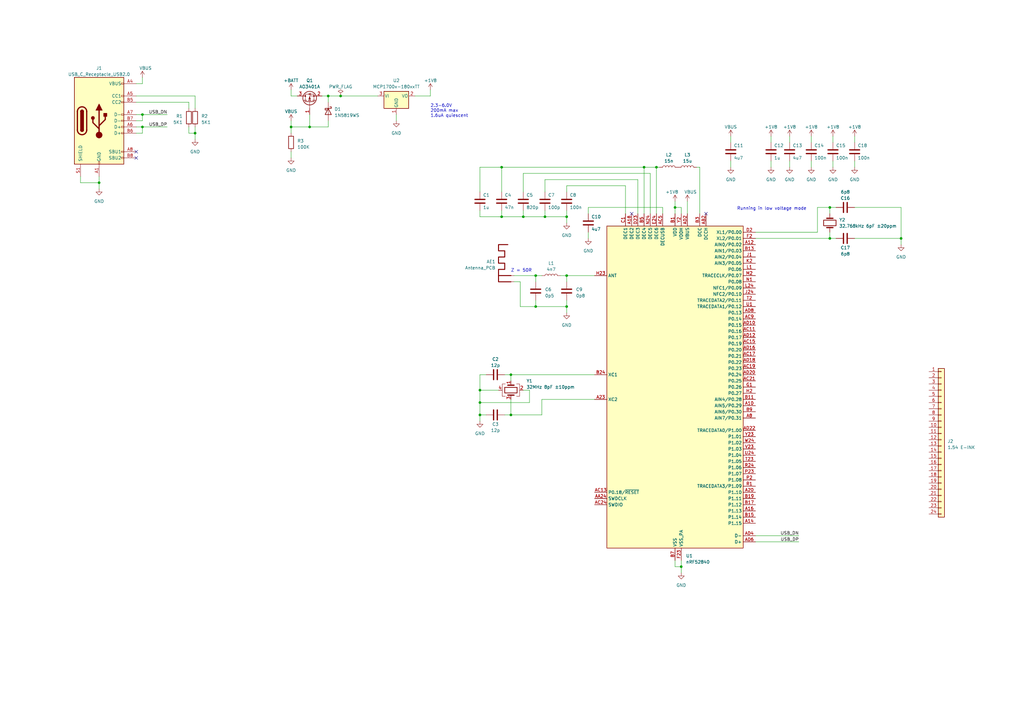
<source format=kicad_sch>
(kicad_sch (version 20230121) (generator eeschema)
  (paper "A3")
  (lib_symbols
    (symbol "Connector:USB_C_Receptacle_USB2.0" (pin_names (offset 1.016))
      (property "Reference" "J" (at -10.16 19.05 0))
      (property "Value" "USB_C_Receptacle_USB2.0" (at 19.05 19.05 0))
      (symbol "USB_C_Receptacle_USB2.0_0_0"
        (rectangle (start -0.254 -17.78) (end 0.254 -16.764))
        (rectangle (start 10.16 -14.986) (end 9.144 -15.494))
        (rectangle (start 10.16 -12.446) (end 9.144 -12.954))
        (rectangle (start 10.16 -4.826) (end 9.144 -5.334))
        (rectangle (start 10.16 -2.286) (end 9.144 -2.794))
        (rectangle (start 10.16 0.254) (end 9.144 -0.254))
        (rectangle (start 10.16 2.794) (end 9.144 2.286))
        (rectangle (start 10.16 7.874) (end 9.144 7.366))
        (rectangle (start 10.16 10.414) (end 9.144 9.906))
        (rectangle (start 10.16 15.494) (end 9.144 14.986))
      )
      (symbol "USB_C_Receptacle_USB2.0_0_1"
        (rectangle (start -10.16 17.78) (end 10.16 -17.78) (stroke (width 0.254)) (fill (type background)))
        (arc (start -8.89 -3.81) (mid -6.985 -5.7067) (end -5.08 -3.81) (stroke (width 0.508)))
        (arc (start -7.62 -3.81) (mid -6.985 -4.4423) (end -6.35 -3.81) (stroke (width 0.254)))
        (arc (start -7.62 -3.81) (mid -6.985 -4.4423) (end -6.35 -3.81) (stroke (width 0.254)) (fill (type outline)))
        (rectangle (start -7.62 -3.81) (end -6.35 3.81) (stroke (width 0.254)) (fill (type outline)))
        (arc (start -6.35 3.81) (mid -6.985 4.4423) (end -7.62 3.81) (stroke (width 0.254)))
        (arc (start -6.35 3.81) (mid -6.985 4.4423) (end -7.62 3.81) (stroke (width 0.254)) (fill (type outline)))
        (arc (start -5.08 3.81) (mid -6.985 5.7067) (end -8.89 3.81) (stroke (width 0.508)))
        (circle (center -2.54 1.143) (radius 0.635) (stroke (width 0.254)) (fill (type outline)))
        (circle (center 0 -5.842) (radius 1.27) (fill (type outline)))
        (polyline (pts (xy -8.89 -3.81) (xy -8.89 3.81)) (stroke (width 0.508)))
        (polyline (pts (xy -5.08 3.81) (xy -5.08 -3.81)) (stroke (width 0.508)))
        (polyline (pts (xy 0 -5.842) (xy 0 4.318)) (stroke (width 0.508)))
        (polyline (pts (xy 0 -3.302) (xy -2.54 -0.762) (xy -2.54 0.508)) (stroke (width 0.508)))
        (polyline (pts (xy 0 -2.032) (xy 2.54 0.508) (xy 2.54 1.778)) (stroke (width 0.508)))
        (polyline (pts (xy -1.27 4.318) (xy 0 6.858) (xy 1.27 4.318) (xy -1.27 4.318)) (stroke (width 0.254)) (fill (type outline)))
        (rectangle (start 1.905 1.778) (end 3.175 3.048) (stroke (width 0.254)) (fill (type outline)))
      )
      (symbol "USB_C_Receptacle_USB2.0_1_1"
        (pin passive line (at 0 -22.86 90) (length 5.08) (name "GND") (number "A1"))
        (pin passive line (at 0 -22.86 90) (length 5.08) hide (name "GND") (number "A12"))
        (pin passive line (at 15.24 15.24 180) (length 5.08) (name "VBUS") (number "A4"))
        (pin bidirectional line (at 15.24 10.16 180) (length 5.08) (name "CC1") (number "A5"))
        (pin bidirectional line (at 15.24 -2.54 180) (length 5.08) (name "D+") (number "A6"))
        (pin bidirectional line (at 15.24 2.54 180) (length 5.08) (name "D-") (number "A7"))
        (pin bidirectional line (at 15.24 -12.7 180) (length 5.08) (name "SBU1") (number "A8"))
        (pin passive line (at 15.24 15.24 180) (length 5.08) hide (name "VBUS") (number "A9"))
        (pin passive line (at 0 -22.86 90) (length 5.08) hide (name "GND") (number "B1"))
        (pin passive line (at 0 -22.86 90) (length 5.08) hide (name "GND") (number "B12"))
        (pin passive line (at 15.24 15.24 180) (length 5.08) hide (name "VBUS") (number "B4"))
        (pin bidirectional line (at 15.24 7.62 180) (length 5.08) (name "CC2") (number "B5"))
        (pin bidirectional line (at 15.24 -5.08 180) (length 5.08) (name "D+") (number "B6"))
        (pin bidirectional line (at 15.24 0 180) (length 5.08) (name "D-") (number "B7"))
        (pin bidirectional line (at 15.24 -15.24 180) (length 5.08) (name "SBU2") (number "B8"))
        (pin passive line (at 15.24 15.24 180) (length 5.08) hide (name "VBUS") (number "B9"))
        (pin passive line (at -7.62 -22.86 90) (length 5.08) (name "SHIELD") (number "S1"))
      )
    )
    (symbol "Connector_Generic:Conn_01x24" (pin_names (offset 1.016) hide)
      (property "Reference" "J" (at 0 30.48 0))
      (property "Value" "Conn_01x24" (at 0 -33.02 0))
      (symbol "Conn_01x24_1_1"
        (rectangle (start -1.27 -30.353) (end 0 -30.607) (stroke (width 0.1524)))
        (rectangle (start -1.27 -27.813) (end 0 -28.067) (stroke (width 0.1524)))
        (rectangle (start -1.27 -25.273) (end 0 -25.527) (stroke (width 0.1524)))
        (rectangle (start -1.27 -22.733) (end 0 -22.987) (stroke (width 0.1524)))
        (rectangle (start -1.27 -20.193) (end 0 -20.447) (stroke (width 0.1524)))
        (rectangle (start -1.27 -17.653) (end 0 -17.907) (stroke (width 0.1524)))
        (rectangle (start -1.27 -15.113) (end 0 -15.367) (stroke (width 0.1524)))
        (rectangle (start -1.27 -12.573) (end 0 -12.827) (stroke (width 0.1524)))
        (rectangle (start -1.27 -10.033) (end 0 -10.287) (stroke (width 0.1524)))
        (rectangle (start -1.27 -7.493) (end 0 -7.747) (stroke (width 0.1524)))
        (rectangle (start -1.27 -4.953) (end 0 -5.207) (stroke (width 0.1524)))
        (rectangle (start -1.27 -2.413) (end 0 -2.667) (stroke (width 0.1524)))
        (rectangle (start -1.27 0.127) (end 0 -0.127) (stroke (width 0.1524)))
        (rectangle (start -1.27 2.667) (end 0 2.413) (stroke (width 0.1524)))
        (rectangle (start -1.27 5.207) (end 0 4.953) (stroke (width 0.1524)))
        (rectangle (start -1.27 7.747) (end 0 7.493) (stroke (width 0.1524)))
        (rectangle (start -1.27 10.287) (end 0 10.033) (stroke (width 0.1524)))
        (rectangle (start -1.27 12.827) (end 0 12.573) (stroke (width 0.1524)))
        (rectangle (start -1.27 15.367) (end 0 15.113) (stroke (width 0.1524)))
        (rectangle (start -1.27 17.907) (end 0 17.653) (stroke (width 0.1524)))
        (rectangle (start -1.27 20.447) (end 0 20.193) (stroke (width 0.1524)))
        (rectangle (start -1.27 22.987) (end 0 22.733) (stroke (width 0.1524)))
        (rectangle (start -1.27 25.527) (end 0 25.273) (stroke (width 0.1524)))
        (rectangle (start -1.27 28.067) (end 0 27.813) (stroke (width 0.1524)))
        (rectangle (start -1.27 29.21) (end 1.27 -31.75) (stroke (width 0.254)) (fill (type background)))
        (pin passive line (at -5.08 27.94 0) (length 3.81) (name "Pin_1") (number "1"))
        (pin passive line (at -5.08 5.08 0) (length 3.81) (name "Pin_10") (number "10"))
        (pin passive line (at -5.08 2.54 0) (length 3.81) (name "Pin_11") (number "11"))
        (pin passive line (at -5.08 0 0) (length 3.81) (name "Pin_12") (number "12"))
        (pin passive line (at -5.08 -2.54 0) (length 3.81) (name "Pin_13") (number "13"))
        (pin passive line (at -5.08 -5.08 0) (length 3.81) (name "Pin_14") (number "14"))
        (pin passive line (at -5.08 -7.62 0) (length 3.81) (name "Pin_15") (number "15"))
        (pin passive line (at -5.08 -10.16 0) (length 3.81) (name "Pin_16") (number "16"))
        (pin passive line (at -5.08 -12.7 0) (length 3.81) (name "Pin_17") (number "17"))
        (pin passive line (at -5.08 -15.24 0) (length 3.81) (name "Pin_18") (number "18"))
        (pin passive line (at -5.08 -17.78 0) (length 3.81) (name "Pin_19") (number "19"))
        (pin passive line (at -5.08 25.4 0) (length 3.81) (name "Pin_2") (number "2"))
        (pin passive line (at -5.08 -20.32 0) (length 3.81) (name "Pin_20") (number "20"))
        (pin passive line (at -5.08 -22.86 0) (length 3.81) (name "Pin_21") (number "21"))
        (pin passive line (at -5.08 -25.4 0) (length 3.81) (name "Pin_22") (number "22"))
        (pin passive line (at -5.08 -27.94 0) (length 3.81) (name "Pin_23") (number "23"))
        (pin passive line (at -5.08 -30.48 0) (length 3.81) (name "Pin_24") (number "24"))
        (pin passive line (at -5.08 22.86 0) (length 3.81) (name "Pin_3") (number "3"))
        (pin passive line (at -5.08 20.32 0) (length 3.81) (name "Pin_4") (number "4"))
        (pin passive line (at -5.08 17.78 0) (length 3.81) (name "Pin_5") (number "5"))
        (pin passive line (at -5.08 15.24 0) (length 3.81) (name "Pin_6") (number "6"))
        (pin passive line (at -5.08 12.7 0) (length 3.81) (name "Pin_7") (number "7"))
        (pin passive line (at -5.08 10.16 0) (length 3.81) (name "Pin_8") (number "8"))
        (pin passive line (at -5.08 7.62 0) (length 3.81) (name "Pin_9") (number "9"))
      )
    )
    (symbol "Device:C" (pin_numbers hide) (pin_names (offset 0.254))
      (property "Reference" "C" (at 0.635 2.54 0))
      (property "Value" "C" (at 0.635 -2.54 0))
      (symbol "C_0_1"
        (polyline (pts (xy -2.032 -0.762) (xy 2.032 -0.762)) (stroke (width 0.508)))
        (polyline (pts (xy -2.032 0.762) (xy 2.032 0.762)) (stroke (width 0.508)))
      )
      (symbol "C_1_1"
        (pin passive line (at 0 3.81 270) (length 2.794) (name "~") (number "1"))
        (pin passive line (at 0 -3.81 90) (length 2.794) (name "~") (number "2"))
      )
    )
    (symbol "Device:Crystal" (pin_numbers hide) (pin_names (offset 1.016) hide)
      (property "Reference" "Y" (at 0 3.81 0))
      (property "Value" "Crystal" (at 0 -3.81 0))
      (symbol "Crystal_0_1"
        (rectangle (start -1.143 2.54) (end 1.143 -2.54) (stroke (width 0.3048)))
        (polyline (pts (xy -2.54 0) (xy -1.905 0)))
        (polyline (pts (xy -1.905 -1.27) (xy -1.905 1.27)) (stroke (width 0.508)))
        (polyline (pts (xy 1.905 -1.27) (xy 1.905 1.27)) (stroke (width 0.508)))
        (polyline (pts (xy 2.54 0) (xy 1.905 0)))
      )
      (symbol "Crystal_1_1"
        (pin passive line (at -3.81 0 0) (length 1.27) (name "1") (number "1"))
        (pin passive line (at 3.81 0 180) (length 1.27) (name "2") (number "2"))
      )
    )
    (symbol "Device:Crystal_GND24" (pin_names (offset 1.016) hide)
      (property "Reference" "Y" (at 3.175 5.08 0))
      (property "Value" "Crystal_GND24" (at 3.175 3.175 0))
      (symbol "Crystal_GND24_0_1"
        (rectangle (start -1.143 2.54) (end 1.143 -2.54) (stroke (width 0.3048)))
        (polyline (pts (xy -2.54 0) (xy -2.032 0)))
        (polyline (pts (xy -2.032 -1.27) (xy -2.032 1.27)) (stroke (width 0.508)))
        (polyline (pts (xy 0 -3.81) (xy 0 -3.556)))
        (polyline (pts (xy 0 3.556) (xy 0 3.81)))
        (polyline (pts (xy 2.032 -1.27) (xy 2.032 1.27)) (stroke (width 0.508)))
        (polyline (pts (xy 2.032 0) (xy 2.54 0)))
        (polyline (pts (xy -2.54 -2.286) (xy -2.54 -3.556) (xy 2.54 -3.556) (xy 2.54 -2.286)))
        (polyline (pts (xy -2.54 2.286) (xy -2.54 3.556) (xy 2.54 3.556) (xy 2.54 2.286)))
      )
      (symbol "Crystal_GND24_1_1"
        (pin passive line (at -3.81 0 0) (length 1.27) (name "1") (number "1"))
        (pin passive line (at 0 5.08 270) (length 1.27) (name "2") (number "2"))
        (pin passive line (at 3.81 0 180) (length 1.27) (name "3") (number "3"))
        (pin passive line (at 0 -5.08 90) (length 1.27) (name "4") (number "4"))
      )
    )
    (symbol "Device:L" (pin_numbers hide) (pin_names (offset 1.016) hide)
      (property "Reference" "L" (at -1.27 0 90))
      (property "Value" "L" (at 1.905 0 90))
      (symbol "L_0_1"
        (arc (start 0 -2.54) (mid 0.6323 -1.905) (end 0 -1.27))
        (arc (start 0 -1.27) (mid 0.6323 -0.635) (end 0 0))
        (arc (start 0 0) (mid 0.6323 0.635) (end 0 1.27))
        (arc (start 0 1.27) (mid 0.6323 1.905) (end 0 2.54))
      )
      (symbol "L_1_1"
        (pin passive line (at 0 3.81 270) (length 1.27) (name "1") (number "1"))
        (pin passive line (at 0 -3.81 90) (length 1.27) (name "2") (number "2"))
      )
    )
    (symbol "Device:R" (pin_numbers hide) (pin_names (offset 0))
      (property "Reference" "R" (at 2.032 0 90))
      (property "Value" "R" (at 0 0 90))
      (symbol "R_0_1"
        (rectangle (start -1.016 -2.54) (end 1.016 2.54) (stroke (width 0.254)))
      )
      (symbol "R_1_1"
        (pin passive line (at 0 3.81 270) (length 1.27) (name "~") (number "1"))
        (pin passive line (at 0 -3.81 90) (length 1.27) (name "~") (number "2"))
      )
    )
    (symbol "Diode:1N5819WS" (pin_numbers hide) (pin_names (offset 1.016) hide)
      (property "Reference" "D" (at 0 2.54 0))
      (property "Value" "1N5819WS" (at 0 -2.54 0))
      (symbol "1N5819WS_0_1"
        (polyline (pts (xy 1.27 0) (xy -1.27 0)))
        (polyline (pts (xy 1.27 1.27) (xy 1.27 -1.27) (xy -1.27 0) (xy 1.27 1.27)) (stroke (width 0.254)))
        (polyline (pts (xy -1.905 0.635) (xy -1.905 1.27) (xy -1.27 1.27) (xy -1.27 -1.27) (xy -0.635 -1.27) (xy -0.635 -0.635)) (stroke (width 0.254)))
      )
      (symbol "1N5819WS_1_1"
        (pin passive line (at -3.81 0 0) (length 2.54) (name "K") (number "1"))
        (pin passive line (at 3.81 0 180) (length 2.54) (name "A") (number "2"))
      )
    )
    (symbol "MCU_Nordic:nRF52840"
      (property "Reference" "U" (at 0 5.08 0))
      (property "Value" "nRF52840" (at 0 2.54 0))
      (symbol "nRF52840_0_1"
        (rectangle (start -27.94 66.04) (end 27.94 -66.04) (stroke (width 0.254)) (fill (type background)))
      )
      (symbol "nRF52840_1_1"
        (pin bidirectional line (at 33.02 -7.62 180) (length 5.08) (name "AIN5/P0.29") (number "A10"))
        (pin bidirectional line (at 33.02 58.42 180) (length 5.08) (name "AIN0/P0.02") (number "A12"))
        (pin bidirectional line (at 33.02 -55.88 180) (length 5.08) (name "P1.15") (number "A14"))
        (pin bidirectional line (at 33.02 -50.8 180) (length 5.08) (name "P1.13") (number "A16"))
        (pin passive line (at -17.78 71.12 270) (length 5.08) (name "DEC2") (number "A18"))
        (pin bidirectional line (at 33.02 -43.18 180) (length 5.08) (name "P1.10") (number "A20"))
        (pin passive line (at 0 71.12 270) (length 5.08) hide (name "VDD") (number "A22"))
        (pin input line (at -33.02 -5.08 0) (length 5.08) (name "XC2") (number "A23"))
        (pin bidirectional line (at 33.02 -12.7 180) (length 5.08) (name "AIN7/P0.31") (number "A8"))
        (pin input line (at -33.02 -45.72 0) (length 5.08) (name "SWDCLK") (number "AA24"))
        (pin power_out line (at 12.7 71.12 270) (length 5.08) (name "DCCH") (number "AB2"))
        (pin bidirectional line (at 33.02 22.86 180) (length 5.08) (name "P0.16") (number "AC11"))
        (pin bidirectional line (at -33.02 -43.18 0) (length 5.08) (name "P0.18/~{RESET}") (number "AC13"))
        (pin bidirectional line (at 33.02 17.78 180) (length 5.08) (name "P0.19") (number "AC15"))
        (pin bidirectional line (at 33.02 12.7 180) (length 5.08) (name "P0.21") (number "AC17"))
        (pin bidirectional line (at 33.02 7.62 180) (length 5.08) (name "P0.23") (number "AC19"))
        (pin bidirectional line (at 33.02 2.54 180) (length 5.08) (name "P0.25") (number "AC21"))
        (pin bidirectional line (at -33.02 -48.26 0) (length 5.08) (name "SWDIO") (number "AC24"))
        (pin passive line (at -5.08 71.12 270) (length 5.08) (name "DECUSB") (number "AC5"))
        (pin bidirectional line (at 33.02 27.94 180) (length 5.08) (name "P0.14") (number "AC9"))
        (pin bidirectional line (at 33.02 25.4 180) (length 5.08) (name "P0.15") (number "AD10"))
        (pin bidirectional line (at 33.02 20.32 180) (length 5.08) (name "P0.17") (number "AD12"))
        (pin passive line (at 0 71.12 270) (length 5.08) hide (name "VDD") (number "AD14"))
        (pin bidirectional line (at 33.02 15.24 180) (length 5.08) (name "P0.20") (number "AD16"))
        (pin bidirectional line (at 33.02 10.16 180) (length 5.08) (name "P0.22") (number "AD18"))
        (pin power_in line (at 5.08 71.12 270) (length 5.08) (name "VBUS") (number "AD2"))
        (pin bidirectional line (at 33.02 5.08 180) (length 5.08) (name "P0.24") (number "AD20"))
        (pin bidirectional line (at 33.02 -17.78 180) (length 5.08) (name "TRACEDATA0/P1.00") (number "AD22"))
        (pin passive line (at 0 71.12 270) (length 5.08) hide (name "VDD") (number "AD23"))
        (pin bidirectional line (at 33.02 -60.96 180) (length 5.08) (name "D-") (number "AD4"))
        (pin bidirectional line (at 33.02 -63.5 180) (length 5.08) (name "D+") (number "AD6"))
        (pin bidirectional line (at 33.02 30.48 180) (length 5.08) (name "P0.13") (number "AD8"))
        (pin power_in line (at 0 71.12 270) (length 5.08) (name "VDD") (number "B1"))
        (pin bidirectional line (at 33.02 -5.08 180) (length 5.08) (name "AIN4/P0.28") (number "B11"))
        (pin bidirectional line (at 33.02 55.88 180) (length 5.08) (name "AIN1/P0.03") (number "B13"))
        (pin bidirectional line (at 33.02 -53.34 180) (length 5.08) (name "P1.14") (number "B15"))
        (pin bidirectional line (at 33.02 -48.26 180) (length 5.08) (name "P1.12") (number "B17"))
        (pin bidirectional line (at 33.02 -45.72 180) (length 5.08) (name "P1.11") (number "B19"))
        (pin input line (at -33.02 5.08 0) (length 5.08) (name "XC1") (number "B24"))
        (pin power_out line (at 10.16 71.12 270) (length 5.08) (name "DCC") (number "B3"))
        (pin passive line (at -12.7 71.12 270) (length 5.08) (name "DEC4") (number "B5"))
        (pin power_in line (at 0 -71.12 90) (length 5.08) (name "VSS") (number "B7"))
        (pin bidirectional line (at 33.02 -10.16 180) (length 5.08) (name "AIN6/P0.30") (number "B9"))
        (pin passive line (at -20.32 71.12 270) (length 5.08) (name "DEC1") (number "C1"))
        (pin bidirectional line (at 33.02 63.5 180) (length 5.08) (name "XL1/P0.00") (number "D2"))
        (pin passive line (at -15.24 71.12 270) (length 5.08) (name "DEC3") (number "D23"))
        (pin passive line (at -7.62 71.12 270) (length 5.08) (name "DEC6") (number "E24"))
        (pin passive line (at 0 -71.12 90) (length 5.08) hide (name "VSS") (number "EP"))
        (pin bidirectional line (at 33.02 60.96 180) (length 5.08) (name "XL2/P0.01") (number "F2"))
        (pin power_in line (at 2.54 -71.12 90) (length 5.08) (name "VSS_PA") (number "F23"))
        (pin bidirectional line (at 33.02 0 180) (length 5.08) (name "P0.26") (number "G1"))
        (pin bidirectional line (at 33.02 -2.54 180) (length 5.08) (name "P0.27") (number "H2"))
        (pin passive line (at -33.02 45.72 0) (length 5.08) (name "ANT") (number "H23"))
        (pin bidirectional line (at 33.02 53.34 180) (length 5.08) (name "AIN2/P0.04") (number "J1"))
        (pin bidirectional line (at 33.02 38.1 180) (length 5.08) (name "NFC2/P0.10") (number "J24"))
        (pin bidirectional line (at 33.02 50.8 180) (length 5.08) (name "AIN3/P0.05") (number "K2"))
        (pin bidirectional line (at 33.02 48.26 180) (length 5.08) (name "P0.06") (number "L1"))
        (pin bidirectional line (at 33.02 40.64 180) (length 5.08) (name "NFC1/P0.09") (number "L24"))
        (pin bidirectional line (at 33.02 45.72 180) (length 5.08) (name "TRACECLK/P0.07") (number "M2"))
        (pin bidirectional line (at 33.02 43.18 180) (length 5.08) (name "P0.08") (number "N1"))
        (pin passive line (at -10.16 71.12 270) (length 5.08) (name "DEC5") (number "N24"))
        (pin bidirectional line (at 33.02 -38.1 180) (length 5.08) (name "P1.08") (number "P2"))
        (pin bidirectional line (at 33.02 -35.56 180) (length 5.08) (name "P1.07") (number "P23"))
        (pin bidirectional line (at 33.02 -40.64 180) (length 5.08) (name "TRACEDATA3/P1.09") (number "R1"))
        (pin bidirectional line (at 33.02 -33.02 180) (length 5.08) (name "P1.06") (number "R24"))
        (pin bidirectional line (at 33.02 35.56 180) (length 5.08) (name "TRACEDATA2/P0.11") (number "T2"))
        (pin bidirectional line (at 33.02 -30.48 180) (length 5.08) (name "P1.05") (number "T23"))
        (pin bidirectional line (at 33.02 33.02 180) (length 5.08) (name "TRACEDATA1/P0.12") (number "U1"))
        (pin bidirectional line (at 33.02 -27.94 180) (length 5.08) (name "P1.04") (number "U24"))
        (pin bidirectional line (at 33.02 -25.4 180) (length 5.08) (name "P1.03") (number "V23"))
        (pin passive line (at 0 71.12 270) (length 5.08) hide (name "VDD") (number "W1"))
        (pin bidirectional line (at 33.02 -22.86 180) (length 5.08) (name "P1.02") (number "W24"))
        (pin power_in line (at 2.54 71.12 270) (length 5.08) (name "VDDH") (number "Y2"))
        (pin bidirectional line (at 33.02 -20.32 180) (length 5.08) (name "P1.01") (number "Y23"))
      )
    )
    (symbol "Regulator_Linear:MCP1700x-180xxTT" (pin_names (offset 0.254))
      (property "Reference" "U" (at -3.81 3.175 0))
      (property "Value" "MCP1700x-180xxTT" (at 0 3.175 0))
      (symbol "MCP1700x-180xxTT_0_1"
        (rectangle (start -5.08 1.905) (end 5.08 -5.08) (stroke (width 0.254)) (fill (type background)))
      )
      (symbol "MCP1700x-180xxTT_1_1"
        (pin power_in line (at 0 -7.62 90) (length 2.54) (name "GND") (number "1"))
        (pin power_out line (at 7.62 0 180) (length 2.54) (name "VO") (number "2"))
        (pin power_in line (at -7.62 0 0) (length 2.54) (name "VI") (number "3"))
      )
    )
    (symbol "Transistor_FET:AO3401A" (pin_names hide)
      (property "Reference" "Q" (at 5.08 1.905 0))
      (property "Value" "AO3401A" (at 5.08 0 0))
      (symbol "AO3401A_0_1"
        (polyline (pts (xy 0.254 0) (xy -2.54 0)))
        (polyline (pts (xy 0.254 1.905) (xy 0.254 -1.905)) (stroke (width 0.254)))
        (polyline (pts (xy 0.762 -1.27) (xy 0.762 -2.286)) (stroke (width 0.254)))
        (polyline (pts (xy 0.762 0.508) (xy 0.762 -0.508)) (stroke (width 0.254)))
        (polyline (pts (xy 0.762 2.286) (xy 0.762 1.27)) (stroke (width 0.254)))
        (polyline (pts (xy 2.54 2.54) (xy 2.54 1.778)))
        (polyline (pts (xy 2.54 -2.54) (xy 2.54 0) (xy 0.762 0)))
        (polyline (pts (xy 0.762 1.778) (xy 3.302 1.778) (xy 3.302 -1.778) (xy 0.762 -1.778)))
        (polyline (pts (xy 2.286 0) (xy 1.27 0.381) (xy 1.27 -0.381) (xy 2.286 0)) (fill (type outline)))
        (polyline (pts (xy 2.794 -0.508) (xy 2.921 -0.381) (xy 3.683 -0.381) (xy 3.81 -0.254)))
        (polyline (pts (xy 3.302 -0.381) (xy 2.921 0.254) (xy 3.683 0.254) (xy 3.302 -0.381)))
        (circle (center 1.651 0) (radius 2.794) (stroke (width 0.254)))
        (circle (center 2.54 -1.778) (radius 0.254) (fill (type outline)))
        (circle (center 2.54 1.778) (radius 0.254) (fill (type outline)))
      )
      (symbol "AO3401A_1_1"
        (pin input line (at -5.08 0 0) (length 2.54) (name "G") (number "1"))
        (pin passive line (at 2.54 -5.08 90) (length 2.54) (name "S") (number "2"))
        (pin passive line (at 2.54 5.08 270) (length 2.54) (name "D") (number "3"))
      )
    )
    (symbol "local:Antenna_PCB" (pin_numbers hide) (pin_names (offset 1.016) hide)
      (property "Reference" "AE1" (at 2.54 2.54 0))
      (property "Value" "Antenna_PCB" (at 2.54 0 0))
      (symbol "Antenna_PCB_1_1"
        (polyline (pts (xy -1.27 -1.27) (xy -1.27 3.81) (xy 1.27 3.81) (xy 1.27 -1.27)) (stroke (width 0.4)))
        (polyline (pts (xy -1.27 3.81) (xy -3.81 3.81) (xy -3.81 1.27) (xy -6.35 1.27) (xy -6.35 3.81) (xy -8.89 3.81) (xy -8.89 1.27) (xy -11.43 1.27) (xy -11.43 3.81) (xy -13.97 3.81) (xy -13.97 0)) (stroke (width 0.4)))
        (pin input line (at -1.27 -2.54 90) (length 2.54) (name "FEED") (number "1"))
        (pin passive line (at 1.27 -2.54 90) (length 2.54) (name "PCB_Trace") (number "2"))
      )
    )
    (symbol "power:+1V8" (power) (pin_names (offset 0))
      (property "Value" "+1V8" (at 0 3.556 0))
      (symbol "+1V8_0_1"
        (polyline (pts (xy -0.762 1.27) (xy 0 2.54)))
        (polyline (pts (xy 0 0) (xy 0 2.54)))
        (polyline (pts (xy 0 2.54) (xy 0.762 1.27)))
      )
      (symbol "+1V8_1_1"
        (pin power_in line (at 0 0 90) (length 0) hide (name "+1V8") (number "1"))
      )
    )
    (symbol "power:+BATT" (power) (pin_names (offset 0))
      (property "Value" "+BATT" (at 0 3.556 0))
      (symbol "+BATT_0_1"
        (polyline (pts (xy -0.762 1.27) (xy 0 2.54)))
        (polyline (pts (xy 0 0) (xy 0 2.54)))
        (polyline (pts (xy 0 2.54) (xy 0.762 1.27)))
      )
      (symbol "+BATT_1_1"
        (pin power_in line (at 0 0 90) (length 0) hide (name "+BATT") (number "1"))
      )
    )
    (symbol "power:GND" (power) (pin_names (offset 0))
      (property "Value" "GND" (at 0 -3.81 0))
      (symbol "GND_0_1"
        (polyline (pts (xy 0 0) (xy 0 -1.27) (xy 1.27 -1.27) (xy 0 -2.54) (xy -1.27 -1.27) (xy 0 -1.27)))
      )
      (symbol "GND_1_1"
        (pin power_in line (at 0 0 270) (length 0) hide (name "GND") (number "1"))
      )
    )
    (symbol "power:PWR_FLAG" (power) (pin_numbers hide) (pin_names (offset 0) hide)
      (property "Value" "PWR_FLAG" (at 0 3.81 0))
      (symbol "PWR_FLAG_0_0"
        (pin power_out line (at 0 0 90) (length 0) (name "pwr") (number "1"))
      )
      (symbol "PWR_FLAG_0_1"
        (polyline (pts (xy 0 0) (xy 0 1.27) (xy -1.016 1.905) (xy 0 2.54) (xy 1.016 1.905) (xy 0 1.27)))
      )
    )
    (symbol "power:VBUS" (power) (pin_names (offset 0))
      (property "Value" "VBUS" (at 0 3.81 0))
      (symbol "VBUS_0_1"
        (polyline (pts (xy -0.762 1.27) (xy 0 2.54)))
        (polyline (pts (xy 0 0) (xy 0 2.54)))
        (polyline (pts (xy 0 2.54) (xy 0.762 1.27)))
      )
      (symbol "VBUS_1_1"
        (pin power_in line (at 0 0 90) (length 0) hide (name "VBUS") (number "1"))
      )
    )
  )
  (junction (at 232.41 125.73))
  (junction (at 264.16 68.58))
  (junction (at 58.42 46.99))
  (junction (at 134.62 39.37))
  (junction (at 276.86 85.09))
  (junction (at 340.36 85.09))
  (junction (at 219.71 125.73))
  (junction (at 119.38 52.07))
  (junction (at 58.42 52.07))
  (junction (at 232.41 88.9))
  (junction (at 196.85 160.02))
  (junction (at 232.41 113.03))
  (junction (at 205.74 88.9))
  (junction (at 139.7 39.37))
  (junction (at 40.64 74.93))
  (junction (at 196.85 170.18))
  (junction (at 214.63 88.9))
  (junction (at 205.74 68.58))
  (junction (at 219.71 113.03))
  (junction (at 196.85 165.1))
  (junction (at 340.36 97.79))
  (junction (at 223.52 88.9))
  (junction (at 127 52.07))
  (junction (at 209.55 170.18))
  (junction (at 209.55 153.67))
  (junction (at 269.24 68.58))
  (junction (at 279.4 232.41))
  (junction (at 369.57 97.79))
  (junction (at 80.01 54.61))
  (no_connect (at 259.08 87.63))
  (no_connect (at 55.88 62.23))
  (no_connect (at 55.88 64.77))
  (no_connect (at 289.56 87.63))
  (wire (pts (xy 241.3 85.09) (xy 241.3 87.63)))
  (wire (pts (xy 209.55 156.21) (xy 209.55 153.67)))
  (wire (pts (xy 58.42 46.99) (xy 68.58 46.99)))
  (wire (pts (xy 323.85 55.88) (xy 323.85 58.42)))
  (wire (pts (xy 223.52 73.66) (xy 261.62 73.66)))
  (wire (pts (xy 134.62 39.37) (xy 134.62 41.91)))
  (wire (pts (xy 209.55 163.83) (xy 209.55 170.18)))
  (wire (pts (xy 341.63 55.88) (xy 341.63 58.42)))
  (wire (pts (xy 266.7 87.63) (xy 266.7 71.12)))
  (wire (pts (xy 232.41 125.73) (xy 232.41 123.19)))
  (wire (pts (xy 309.88 219.71) (xy 327.66 219.71)))
  (wire (pts (xy 241.3 97.79) (xy 241.3 95.25)))
  (wire (pts (xy 196.85 153.67) (xy 196.85 160.02)))
  (wire (pts (xy 119.38 64.77) (xy 119.38 62.23)))
  (wire (pts (xy 196.85 165.1) (xy 217.17 165.1)))
  (wire (pts (xy 119.38 52.07) (xy 119.38 54.61)))
  (wire (pts (xy 33.02 74.93) (xy 40.64 74.93)))
  (wire (pts (xy 55.88 54.61) (xy 58.42 54.61)))
  (wire (pts (xy 350.52 85.09) (xy 369.57 85.09)))
  (wire (pts (xy 196.85 68.58) (xy 196.85 78.74)))
  (wire (pts (xy 205.74 88.9) (xy 205.74 86.36)))
  (wire (pts (xy 309.88 95.25) (xy 335.28 95.25)))
  (wire (pts (xy 219.71 123.19) (xy 219.71 125.73)))
  (wire (pts (xy 332.74 55.88) (xy 332.74 58.42)))
  (wire (pts (xy 222.25 163.83) (xy 222.25 170.18)))
  (wire (pts (xy 127 52.07) (xy 119.38 52.07)))
  (wire (pts (xy 276.86 229.87) (xy 276.86 232.41)))
  (wire (pts (xy 196.85 165.1) (xy 196.85 170.18)))
  (wire (pts (xy 279.4 229.87) (xy 279.4 232.41)))
  (wire (pts (xy 340.36 85.09) (xy 342.9 85.09)))
  (wire (pts (xy 261.62 87.63) (xy 261.62 73.66)))
  (wire (pts (xy 219.71 113.03) (xy 222.25 113.03)))
  (wire (pts (xy 369.57 100.33) (xy 369.57 97.79)))
  (wire (pts (xy 119.38 39.37) (xy 121.92 39.37)))
  (wire (pts (xy 299.72 55.88) (xy 299.72 58.42)))
  (wire (pts (xy 281.94 82.55) (xy 281.94 87.63)))
  (wire (pts (xy 232.41 88.9) (xy 232.41 91.44)))
  (wire (pts (xy 219.71 125.73) (xy 232.41 125.73)))
  (wire (pts (xy 134.62 39.37) (xy 139.7 39.37)))
  (wire (pts (xy 276.86 82.55) (xy 276.86 85.09)))
  (wire (pts (xy 279.4 87.63) (xy 279.4 85.09)))
  (wire (pts (xy 299.72 66.04) (xy 299.72 68.58)))
  (wire (pts (xy 214.63 71.12) (xy 214.63 78.74)))
  (wire (pts (xy 217.17 160.02) (xy 217.17 165.1)))
  (wire (pts (xy 55.88 39.37) (xy 80.01 39.37)))
  (wire (pts (xy 350.52 66.04) (xy 350.52 68.58)))
  (wire (pts (xy 213.36 115.57) (xy 210.82 115.57)))
  (wire (pts (xy 243.84 113.03) (xy 232.41 113.03)))
  (wire (pts (xy 196.85 86.36) (xy 196.85 88.9)))
  (wire (pts (xy 55.88 41.91) (xy 77.47 41.91)))
  (wire (pts (xy 139.7 39.37) (xy 154.94 39.37)))
  (wire (pts (xy 213.36 125.73) (xy 213.36 115.57)))
  (wire (pts (xy 350.52 55.88) (xy 350.52 58.42)))
  (wire (pts (xy 127 52.07) (xy 134.62 52.07)))
  (wire (pts (xy 119.38 52.07) (xy 119.38 49.53)))
  (wire (pts (xy 80.01 54.61) (xy 80.01 52.07)))
  (wire (pts (xy 58.42 49.53) (xy 58.42 46.99)))
  (wire (pts (xy 269.24 68.58) (xy 270.51 68.58)))
  (wire (pts (xy 58.42 52.07) (xy 68.58 52.07)))
  (wire (pts (xy 210.82 113.03) (xy 219.71 113.03)))
  (wire (pts (xy 219.71 115.57) (xy 219.71 113.03)))
  (wire (pts (xy 232.41 76.2) (xy 256.54 76.2)))
  (wire (pts (xy 309.88 222.25) (xy 327.66 222.25)))
  (wire (pts (xy 196.85 160.02) (xy 196.85 165.1)))
  (wire (pts (xy 132.08 39.37) (xy 134.62 39.37)))
  (wire (pts (xy 80.01 39.37) (xy 80.01 44.45)))
  (wire (pts (xy 232.41 86.36) (xy 232.41 88.9)))
  (wire (pts (xy 134.62 52.07) (xy 134.62 49.53)))
  (wire (pts (xy 176.53 36.83) (xy 176.53 39.37)))
  (wire (pts (xy 77.47 54.61) (xy 77.47 52.07)))
  (wire (pts (xy 332.74 66.04) (xy 332.74 68.58)))
  (wire (pts (xy 77.47 54.61) (xy 80.01 54.61)))
  (wire (pts (xy 55.88 46.99) (xy 58.42 46.99)))
  (wire (pts (xy 229.87 113.03) (xy 232.41 113.03)))
  (wire (pts (xy 219.71 125.73) (xy 213.36 125.73)))
  (wire (pts (xy 80.01 57.15) (xy 80.01 54.61)))
  (wire (pts (xy 127 46.99) (xy 127 52.07)))
  (wire (pts (xy 214.63 86.36) (xy 214.63 88.9)))
  (wire (pts (xy 162.56 46.99) (xy 162.56 49.53)))
  (wire (pts (xy 214.63 88.9) (xy 205.74 88.9)))
  (wire (pts (xy 264.16 68.58) (xy 264.16 87.63)))
  (wire (pts (xy 335.28 95.25) (xy 335.28 85.09)))
  (wire (pts (xy 316.23 66.04) (xy 316.23 68.58)))
  (wire (pts (xy 205.74 68.58) (xy 196.85 68.58)))
  (wire (pts (xy 205.74 68.58) (xy 205.74 78.74)))
  (wire (pts (xy 199.39 153.67) (xy 196.85 153.67)))
  (wire (pts (xy 214.63 88.9) (xy 223.52 88.9)))
  (wire (pts (xy 205.74 68.58) (xy 264.16 68.58)))
  (wire (pts (xy 350.52 97.79) (xy 369.57 97.79)))
  (wire (pts (xy 196.85 170.18) (xy 196.85 172.72)))
  (wire (pts (xy 341.63 66.04) (xy 341.63 68.58)))
  (wire (pts (xy 223.52 86.36) (xy 223.52 88.9)))
  (wire (pts (xy 243.84 163.83) (xy 222.25 163.83)))
  (wire (pts (xy 33.02 72.39) (xy 33.02 74.93)))
  (wire (pts (xy 279.4 234.95) (xy 279.4 232.41)))
  (wire (pts (xy 271.78 87.63) (xy 271.78 85.09)))
  (wire (pts (xy 209.55 170.18) (xy 222.25 170.18)))
  (wire (pts (xy 176.53 39.37) (xy 170.18 39.37)))
  (wire (pts (xy 55.88 52.07) (xy 58.42 52.07)))
  (wire (pts (xy 241.3 85.09) (xy 271.78 85.09)))
  (wire (pts (xy 77.47 41.91) (xy 77.47 44.45)))
  (wire (pts (xy 223.52 73.66) (xy 223.52 78.74)))
  (wire (pts (xy 207.01 153.67) (xy 209.55 153.67)))
  (wire (pts (xy 199.39 170.18) (xy 196.85 170.18)))
  (wire (pts (xy 196.85 160.02) (xy 204.47 160.02)))
  (wire (pts (xy 196.85 88.9) (xy 205.74 88.9)))
  (wire (pts (xy 276.86 85.09) (xy 276.86 87.63)))
  (wire (pts (xy 309.88 97.79) (xy 340.36 97.79)))
  (wire (pts (xy 58.42 31.75) (xy 58.42 34.29)))
  (wire (pts (xy 269.24 68.58) (xy 269.24 87.63)))
  (wire (pts (xy 335.28 85.09) (xy 340.36 85.09)))
  (wire (pts (xy 223.52 88.9) (xy 232.41 88.9)))
  (wire (pts (xy 214.63 160.02) (xy 217.17 160.02)))
  (wire (pts (xy 58.42 34.29) (xy 55.88 34.29)))
  (wire (pts (xy 264.16 68.58) (xy 269.24 68.58)))
  (wire (pts (xy 316.23 55.88) (xy 316.23 58.42)))
  (wire (pts (xy 323.85 66.04) (xy 323.85 68.58)))
  (wire (pts (xy 340.36 85.09) (xy 340.36 87.63)))
  (wire (pts (xy 58.42 52.07) (xy 58.42 54.61)))
  (wire (pts (xy 40.64 77.47) (xy 40.64 74.93)))
  (wire (pts (xy 119.38 39.37) (xy 119.38 36.83)))
  (wire (pts (xy 340.36 97.79) (xy 340.36 95.25)))
  (wire (pts (xy 209.55 153.67) (xy 243.84 153.67)))
  (wire (pts (xy 232.41 76.2) (xy 232.41 78.74)))
  (wire (pts (xy 369.57 97.79) (xy 369.57 85.09)))
  (wire (pts (xy 55.88 49.53) (xy 58.42 49.53)))
  (wire (pts (xy 256.54 87.63) (xy 256.54 76.2)))
  (wire (pts (xy 279.4 85.09) (xy 276.86 85.09)))
  (wire (pts (xy 287.02 68.58) (xy 285.75 68.58)))
  (wire (pts (xy 232.41 113.03) (xy 232.41 115.57)))
  (wire (pts (xy 232.41 128.27) (xy 232.41 125.73)))
  (wire (pts (xy 209.55 170.18) (xy 207.01 170.18)))
  (wire (pts (xy 214.63 71.12) (xy 266.7 71.12)))
  (wire (pts (xy 276.86 232.41) (xy 279.4 232.41)))
  (wire (pts (xy 287.02 68.58) (xy 287.02 87.63)))
  (wire (pts (xy 340.36 97.79) (xy 342.9 97.79)))
  (wire (pts (xy 40.64 74.93) (xy 40.64 72.39)))
  (text "Z = 50R" (at 209.55 111.76 0) (effects (font (size 1.27 1.27)) (justify left bottom)))
  (text "Running in low voltage mode" (at 302.26 86.36 0) (effects (font (size 1.27 1.27)) (justify left bottom)))
  (text "2.3-6.0V\n200mA max\n1.6uA quiescent" (at 176.53 48.26 0) (effects (font (size 1.27 1.27)) (justify left bottom)))
  (label "USB_DP" (at 68.58 52.07 180))
  (label "USB_DN" (at 68.58 46.99 180))
  (label "USB_DP" (at 327.66 222.25 180))
  (label "USB_DN" (at 327.66 219.71 180))
  (symbol (lib_id "Device:C") (at 332.74 62.23 0) (unit 1)
    (property "Reference" "C14" (at 334.01 59.69 0) (effects (justify left)))
    (property "Value" "100n" (at 334.01 64.77 0) (effects (justify left)))
  )
  (symbol (lib_id "power:GND") (at 80.01 57.15 0) (unit 1)
    (property "Reference" "#PWR04" (effects hide))
    (property "Value" "GND" (at 80.01 62.23 0))
  )
  (symbol (lib_id "power:GND") (at 316.23 68.58 0) (unit 1)
    (property "Reference" "#PWR027" (effects hide))
    (property "Value" "GND" (at 316.23 73.66 0))
  )
  (symbol (lib_id "power:+1V8") (at 341.63 55.88 0) (unit 1)
    (property "Reference" "#PWR021" (effects hide))
    (property "Value" "+1V8" (at 341.63 52.07 0))
  )
  (symbol (lib_id "power:VBUS") (at 299.72 55.88 0) (unit 1)
    (property "Reference" "#PWR015" (effects hide))
    (property "Value" "VBUS" (at 299.72 52.07 0))
  )
  (symbol (lib_id "Diode:1N5819WS") (at 134.62 45.72 270) (unit 1)
    (property "Reference" "D1" (at 137.16 44.7675 90) (effects (justify left)))
    (property "Value" "1N5819WS" (at 137.16 47.3075 90) (effects (justify left)))
    (property "Footprint" "Diode_SMD:D_SOD-323" (effects hide))
    (property "Datasheet" "https://datasheet.lcsc.com/lcsc/2204281430_Guangdong-Hottech-1N5819WS_C191023.pdf" (effects hide))
    (property "LCSC" "C191023" (effects hide))
  )
  (symbol (lib_id "Device:C") (at 241.3 91.44 0) (unit 1)
    (property "Reference" "C10" (at 242.57 88.9 0) (effects (justify left)))
    (property "Value" "4u7" (at 242.57 93.98 0) (effects (justify left)))
  )
  (symbol (lib_id "power:+1V8") (at 332.74 55.88 0) (unit 1)
    (property "Reference" "#PWR019" (effects hide))
    (property "Value" "+1V8" (at 332.74 52.07 0))
  )
  (symbol (lib_id "Device:Crystal") (at 340.36 91.44 90) (unit 1)
    (property "Reference" "Y2" (at 344.17 90.17 90) (effects (justify right)))
    (property "Value" "32.768kHz 6pF ±20ppm" (at 344.17 92.71 90) (effects (justify right)))
    (property "Footprint" "Crystal:Crystal_SMD_3215-2Pin_3.2x1.5mm" (effects hide))
    (property "LCSC" "C32346" (effects hide))
  )
  (symbol (lib_id "Device:L") (at 274.32 68.58 90) (unit 1)
    (property "Reference" "L2" (at 274.32 63.5 90))
    (property "Value" "15n" (at 274.32 66.04 90))
  )
  (symbol (lib_id "power:VBUS") (at 119.38 49.53 0) (unit 1)
    (property "Reference" "#PWR011" (effects hide))
    (property "Value" "VBUS" (at 119.38 45.72 0))
  )
  (symbol (lib_id "Regulator_Linear:MCP1700x-180xxTT") (at 162.56 39.37 0) (unit 1)
    (property "Reference" "U2" (at 162.56 33.02 0))
    (property "Value" "MCP1700x-180xxTT" (at 162.56 35.56 0))
    (property "Footprint" "Package_TO_SOT_SMD:SOT-23" (effects hide))
    (property "Datasheet" "http://ww1.microchip.com/downloads/en/DeviceDoc/20001826D.pdf" (effects hide))
  )
  (symbol (lib_id "Device:C") (at 232.41 119.38 0) (unit 1)
    (property "Reference" "C9" (at 236.22 118.745 0) (effects (justify left)))
    (property "Value" "0p8" (at 236.22 121.285 0) (effects (justify left)))
  )
  (symbol (lib_id "Device:C") (at 196.85 82.55 0) (unit 1)
    (property "Reference" "C1" (at 198.12 80.01 0) (effects (justify left)))
    (property "Value" "1u" (at 198.12 85.09 0) (effects (justify left)))
  )
  (symbol (lib_id "Device:R") (at 77.47 48.26 0) (mirror y) (unit 1)
    (property "Reference" "R1" (at 74.93 47.625 0) (effects (justify left)))
    (property "Value" "5K1" (at 74.93 50.165 0) (effects (justify left)))
    (property "Footprint" "Resistor_SMD:R_0402_1005Metric" (effects hide))
  )
  (symbol (lib_id "Device:C") (at 299.72 62.23 0) (unit 1)
    (property "Reference" "C11" (at 300.99 59.69 0) (effects (justify left)))
    (property "Value" "4u7" (at 300.99 64.77 0) (effects (justify left)))
  )
  (symbol (lib_id "Device:L") (at 226.06 113.03 90) (unit 1)
    (property "Reference" "L1" (at 226.06 107.95 90))
    (property "Value" "4n7" (at 226.06 110.49 90))
  )
  (symbol (lib_id "Device:C") (at 219.71 119.38 0) (unit 1)
    (property "Reference" "C6" (at 223.52 118.745 0) (effects (justify left)))
    (property "Value" "0p5" (at 223.52 121.285 0) (effects (justify left)))
  )
  (symbol (lib_id "power:GND") (at 119.38 64.77 0) (unit 1)
    (property "Reference" "#PWR012" (effects hide))
    (property "Value" "GND" (at 119.38 69.85 0))
  )
  (symbol (lib_id "power:VBUS") (at 58.42 31.75 0) (unit 1)
    (property "Reference" "#PWR06" (effects hide))
    (property "Value" "VBUS" (at 59.69 27.94 0))
  )
  (symbol (lib_id "Device:C") (at 316.23 62.23 0) (unit 1)
    (property "Reference" "C12" (at 317.5 59.69 0) (effects (justify left)))
    (property "Value" "1u" (at 317.5 64.77 0) (effects (justify left)))
  )
  (symbol (lib_id "power:GND") (at 323.85 68.58 0) (unit 1)
    (property "Reference" "#PWR017" (effects hide))
    (property "Value" "GND" (at 323.85 73.66 0))
  )
  (symbol (lib_id "Device:C") (at 232.41 82.55 0) (unit 1)
    (property "Reference" "C8" (at 233.68 80.01 0) (effects (justify left)))
    (property "Value" "100n" (at 233.68 85.09 0) (effects (justify left)))
  )
  (symbol (lib_id "power:PWR_FLAG") (at 139.7 39.37 0) (unit 1)
    (property "Reference" "#FLG01" (effects hide))
    (property "Value" "PWR_FLAG" (at 139.7 35.56 0))
  )
  (symbol (lib_id "Connector:USB_C_Receptacle_USB2.0") (at 40.64 49.53 0) (unit 1)
    (property "Reference" "J1" (at 40.64 27.94 0))
    (property "Value" "USB_C_Receptacle_USB2.0" (at 40.64 30.48 0))
    (property "Footprint" "Connector_USB:USB_C_Receptacle_G-Switch_GT-USB-7010ASV" (effects hide))
    (property "Datasheet" "https://www.usb.org/sites/default/files/documents/usb_type-c.zip" (effects hide))
  )
  (symbol (lib_id "power:VBUS") (at 281.94 82.55 0) (unit 1)
    (property "Reference" "#PWR03" (effects hide))
    (property "Value" "VBUS" (at 283.21 78.74 0))
  )
  (symbol (lib_id "power:+1V8") (at 276.86 82.55 0) (unit 1)
    (property "Reference" "#PWR02" (effects hide))
    (property "Value" "+1V8" (at 275.59 78.74 0))
  )
  (symbol (lib_id "power:+1V8") (at 350.52 55.88 0) (unit 1)
    (property "Reference" "#PWR024" (effects hide))
    (property "Value" "+1V8" (at 350.52 52.07 0))
  )
  (symbol (lib_id "MCU_Nordic:nRF52840") (at 276.86 158.75 0) (unit 1)
    (property "Reference" "U1" (at 281.3559 227.965 0) (effects (justify left)))
    (property "Value" "nRF52840" (at 281.3559 230.505 0) (effects (justify left)))
    (property "Footprint" "Package_DFN_QFN:Nordic_AQFN-73-1EP_7x7mm_P0.5mm" (effects hide))
    (property "Datasheet" "http://infocenter.nordicsemi.com/topic/com.nordic.infocenter.nrf52/dita/nrf52/chips/nrf52840.html" (effects hide))
  )
  (symbol (lib_id "Device:C") (at 205.74 82.55 0) (unit 1)
    (property "Reference" "C4" (at 207.01 80.01 0) (effects (justify left)))
    (property "Value" "47n" (at 207.01 85.09 0) (effects (justify left)))
  )
  (symbol (lib_id "power:GND") (at 40.64 77.47 0) (unit 1)
    (property "Reference" "#PWR05" (effects hide))
    (property "Value" "GND" (at 40.64 82.55 0))
  )
  (symbol (lib_id "power:GND") (at 241.3 97.79 0) (unit 1)
    (property "Reference" "#PWR023" (effects hide))
    (property "Value" "GND" (at 241.3 102.87 0))
  )
  (symbol (lib_id "power:GND") (at 341.63 68.58 0) (unit 1)
    (property "Reference" "#PWR022" (effects hide))
    (property "Value" "GND" (at 341.63 73.66 0))
  )
  (symbol (lib_id "Device:C") (at 350.52 62.23 0) (unit 1)
    (property "Reference" "C18" (at 351.79 59.69 0) (effects (justify left)))
    (property "Value" "100n" (at 351.79 64.77 0) (effects (justify left)))
  )
  (symbol (lib_id "Device:L") (at 281.94 68.58 90) (unit 1)
    (property "Reference" "L3" (at 281.94 63.5 90))
    (property "Value" "15u" (at 281.94 66.04 90))
  )
  (symbol (lib_id "power:+BATT") (at 119.38 36.83 0) (unit 1)
    (property "Reference" "#PWR08" (effects hide))
    (property "Value" "+BATT" (at 119.38 33.02 0))
  )
  (symbol (lib_id "Device:R") (at 80.01 48.26 0) (unit 1)
    (property "Reference" "R2" (at 82.55 47.625 0) (effects (justify left)))
    (property "Value" "5K1" (at 82.55 50.165 0) (effects (justify left)))
    (property "Footprint" "Resistor_SMD:R_0402_1005Metric" (effects hide))
  )
  (symbol (lib_id "power:GND") (at 232.41 91.44 0) (unit 1)
    (property "Reference" "#PWR014" (effects hide))
    (property "Value" "GND" (at 232.41 96.52 0))
  )
  (symbol (lib_id "Connector_Generic:Conn_01x24") (at 386.08 180.34 0) (unit 1)
    (property "Reference" "J2" (at 388.62 180.975 0) (effects (justify left)))
    (property "Value" "1.54 E-INK" (at 388.62 183.515 0) (effects (justify left)))
    (property "Footprint" "local:1.54_Epaper_Display" (effects hide))
  )
  (symbol (lib_id "Transistor_FET:AO3401A") (at 127 41.91 90) (unit 1)
    (property "Reference" "Q1" (at 127 33.02 90))
    (property "Value" "AO3401A" (at 127 35.56 90))
    (property "Footprint" "Package_TO_SOT_SMD:SOT-23" (effects hide))
    (property "Datasheet" "http://www.aosmd.com/pdfs/datasheet/AO3401A.pdf" (effects hide))
    (property "LCSC" "C15127" (effects hide))
  )
  (symbol (lib_id "power:GND") (at 232.41 128.27 0) (unit 1)
    (property "Reference" "#PWR028" (effects hide))
    (property "Value" "GND" (at 232.41 133.35 0))
  )
  (symbol (lib_id "power:+1V8") (at 323.85 55.88 0) (unit 1)
    (property "Reference" "#PWR018" (effects hide))
    (property "Value" "+1V8" (at 323.85 52.07 0))
  )
  (symbol (lib_id "local:Antenna_PCB") (at 208.28 114.3 90) (mirror x) (unit 1)
    (property "Reference" "AE1" (at 203.2 107.315 90) (effects (justify left)))
    (property "Value" "Antenna_PCB" (at 203.2 109.855 90) (effects (justify left)))
  )
  (symbol (lib_id "Device:C") (at 203.2 170.18 270) (unit 1)
    (property "Reference" "C3" (at 203.2 173.99 90))
    (property "Value" "12p" (at 203.2 176.53 90))
    (property "Footprint" "Capacitor_SMD:C_0402_1005Metric" (effects hide))
    (property "LCSC" "C1547" (effects hide))
  )
  (symbol (lib_id "Device:Crystal_GND24") (at 209.55 160.02 270) (unit 1)
    (property "Reference" "Y1" (at 215.9 156.21 90) (effects (justify left)))
    (property "Value" "32MHz 8pF ±10ppm" (at 215.9 158.75 90) (effects (justify left)))
    (property "Footprint" "Crystal:Crystal_SMD_2016-4Pin_2.0x1.6mm" (effects hide))
    (property "LCSC" "C2965582" (effects hide))
  )
  (symbol (lib_id "Device:C") (at 346.71 85.09 270) (mirror x) (unit 1)
    (property "Reference" "C16" (at 346.71 81.28 90))
    (property "Value" "6p8" (at 346.71 78.74 90))
    (property "Footprint" "Capacitor_SMD:C_0402_1005Metric" (effects hide))
    (property "LCSC" "C1576" (effects hide))
  )
  (symbol (lib_id "power:GND") (at 332.74 68.58 0) (unit 1)
    (property "Reference" "#PWR020" (effects hide))
    (property "Value" "GND" (at 332.74 73.66 0))
  )
  (symbol (lib_id "power:GND") (at 162.56 49.53 0) (unit 1)
    (property "Reference" "#PWR013" (effects hide))
    (property "Value" "GND" (at 162.56 54.61 0))
  )
  (symbol (lib_id "Device:C") (at 214.63 82.55 0) (unit 1)
    (property "Reference" "C5" (at 215.9 80.01 0) (effects (justify left)))
    (property "Value" "820p" (at 215.9 85.09 0) (effects (justify left)))
  )
  (symbol (lib_id "Device:C") (at 346.71 97.79 90) (mirror x) (unit 1)
    (property "Reference" "C17" (at 346.71 101.6 90))
    (property "Value" "6p8" (at 346.71 104.14 90))
    (property "Footprint" "Capacitor_SMD:C_0402_1005Metric" (effects hide))
    (property "LCSC" "C1576" (effects hide))
  )
  (symbol (lib_id "power:GND") (at 299.72 68.58 0) (unit 1)
    (property "Reference" "#PWR016" (effects hide))
    (property "Value" "GND" (at 299.72 73.66 0))
  )
  (symbol (lib_id "power:GND") (at 350.52 68.58 0) (unit 1)
    (property "Reference" "#PWR025" (effects hide))
    (property "Value" "GND" (at 350.52 73.66 0))
  )
  (symbol (lib_id "Device:C") (at 341.63 62.23 0) (unit 1)
    (property "Reference" "C15" (at 342.9 59.69 0) (effects (justify left)))
    (property "Value" "100n" (at 342.9 64.77 0) (effects (justify left)))
  )
  (symbol (lib_id "power:+1V8") (at 316.23 55.88 0) (unit 1)
    (property "Reference" "#PWR026" (effects hide))
    (property "Value" "+1V8" (at 316.23 52.07 0))
  )
  (symbol (lib_id "Device:C") (at 203.2 153.67 90) (unit 1)
    (property "Reference" "C2" (at 203.2 147.32 90))
    (property "Value" "12p" (at 203.2 149.86 90))
    (property "Footprint" "Capacitor_SMD:C_0402_1005Metric" (effects hide))
    (property "LCSC" "C1547" (effects hide))
  )
  (symbol (lib_id "Device:R") (at 119.38 58.42 180) (unit 1)
    (property "Reference" "R3" (at 121.92 57.785 0) (effects (justify right)))
    (property "Value" "100K" (at 121.92 60.325 0) (effects (justify right)))
    (property "Footprint" "Resistor_SMD:R_0402_1005Metric" (effects hide))
    (property "LCSC" "C25744" (effects hide))
  )
  (symbol (lib_id "power:GND") (at 369.57 100.33 0) (unit 1)
    (property "Reference" "#PWR010" (effects hide))
    (property "Value" "GND" (at 369.57 105.41 0))
  )
  (symbol (lib_id "power:GND") (at 279.4 234.95 0) (unit 1)
    (property "Reference" "#PWR01" (effects hide))
    (property "Value" "GND" (at 279.4 240.03 0))
  )
  (symbol (lib_id "power:GND") (at 196.85 172.72 0) (unit 1)
    (property "Reference" "#PWR09" (effects hide))
    (property "Value" "GND" (at 196.85 177.8 0))
  )
  (symbol (lib_id "Device:C") (at 223.52 82.55 0) (unit 1)
    (property "Reference" "C7" (at 224.79 80.01 0) (effects (justify left)))
    (property "Value" "100p" (at 224.79 85.09 0) (effects (justify left)))
  )
  (symbol (lib_id "power:+1V8") (at 176.53 36.83 0) (unit 1)
    (property "Reference" "#PWR07" (effects hide))
    (property "Value" "+1V8" (at 176.53 33.02 0))
  )
  (symbol (lib_id "Device:C") (at 323.85 62.23 0) (unit 1)
    (property "Reference" "C13" (at 325.12 59.69 0) (effects (justify left)))
    (property "Value" "4u7" (at 325.12 64.77 0) (effects (justify left)))
  )
)
</source>
